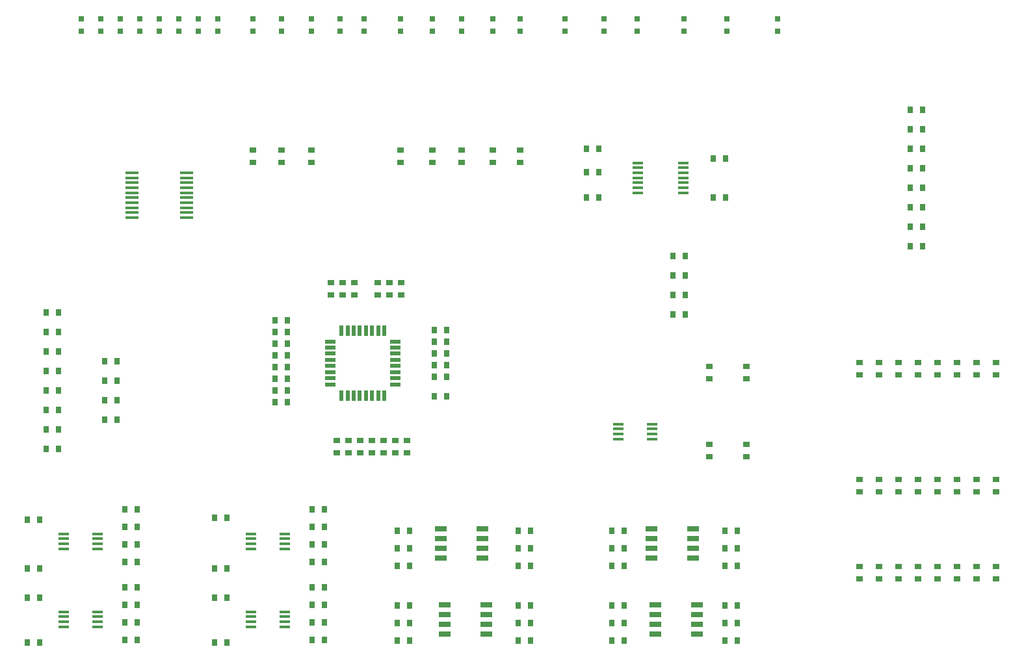
<source format=gtp>
G04*
G04 #@! TF.GenerationSoftware,Altium Limited,Altium Designer,22.3.1 (43)*
G04*
G04 Layer_Color=8421504*
%FSLAX25Y25*%
%MOIN*%
G70*
G04*
G04 #@! TF.SameCoordinates,D44AF7EC-015F-415D-BC9C-BA0083E1B9C0*
G04*
G04*
G04 #@! TF.FilePolarity,Positive*
G04*
G01*
G75*
%ADD15R,0.03150X0.03150*%
%ADD16R,0.03150X0.03740*%
%ADD17R,0.07087X0.01772*%
%ADD18R,0.03740X0.03150*%
%ADD19R,0.05807X0.01772*%
%ADD20R,0.06016X0.02559*%
%ADD21R,0.05512X0.01772*%
%ADD22R,0.05807X0.02362*%
%ADD23R,0.02362X0.05807*%
D15*
X360000Y340650D02*
D03*
Y334350D02*
D03*
X343000Y340650D02*
D03*
Y334350D02*
D03*
X323000Y340650D02*
D03*
Y334350D02*
D03*
X193000Y340650D02*
D03*
Y334350D02*
D03*
X300000Y340650D02*
D03*
Y334350D02*
D03*
X286000Y340650D02*
D03*
Y334350D02*
D03*
X270000Y340650D02*
D03*
Y334350D02*
D03*
X255000Y340650D02*
D03*
Y334350D02*
D03*
X238500Y340650D02*
D03*
Y334350D02*
D03*
X432000Y340650D02*
D03*
Y334350D02*
D03*
X145000Y340650D02*
D03*
Y334350D02*
D03*
X135000Y340650D02*
D03*
Y334350D02*
D03*
X125000Y340650D02*
D03*
Y334350D02*
D03*
X115000Y340650D02*
D03*
Y334350D02*
D03*
X105000Y340650D02*
D03*
Y334350D02*
D03*
X95000Y340650D02*
D03*
Y334350D02*
D03*
X85000Y340650D02*
D03*
Y334350D02*
D03*
X75000Y340650D02*
D03*
Y334350D02*
D03*
X207500Y340650D02*
D03*
Y334350D02*
D03*
X220000Y340650D02*
D03*
Y334350D02*
D03*
X406000Y340650D02*
D03*
Y334350D02*
D03*
X384000Y340650D02*
D03*
Y334350D02*
D03*
X163000Y340650D02*
D03*
Y334350D02*
D03*
X177500Y340650D02*
D03*
Y334350D02*
D03*
D16*
X384650Y199000D02*
D03*
X378350D02*
D03*
Y189000D02*
D03*
X384650D02*
D03*
Y209000D02*
D03*
X378350D02*
D03*
X384650Y219000D02*
D03*
X378350D02*
D03*
X405150Y269000D02*
D03*
X398850D02*
D03*
X405150Y249000D02*
D03*
X398850D02*
D03*
X333850D02*
D03*
X340150D02*
D03*
X333850Y262000D02*
D03*
X340150D02*
D03*
X333850Y274000D02*
D03*
X340150D02*
D03*
X193350Y89000D02*
D03*
X199650D02*
D03*
X305150Y30500D02*
D03*
X298850D02*
D03*
Y39500D02*
D03*
X305150D02*
D03*
Y21500D02*
D03*
X298850D02*
D03*
X236850Y30500D02*
D03*
X243150D02*
D03*
Y39500D02*
D03*
X236850D02*
D03*
X411150Y30500D02*
D03*
X404850D02*
D03*
X236850Y21500D02*
D03*
X243150D02*
D03*
X404850Y39500D02*
D03*
X411150D02*
D03*
Y21500D02*
D03*
X404850D02*
D03*
X346850Y30500D02*
D03*
X353150D02*
D03*
Y39500D02*
D03*
X346850D02*
D03*
Y21500D02*
D03*
X353150D02*
D03*
X411150Y69000D02*
D03*
X404850D02*
D03*
X305150D02*
D03*
X298850D02*
D03*
X404850Y78000D02*
D03*
X411150D02*
D03*
X298850D02*
D03*
X305150D02*
D03*
X411150Y60000D02*
D03*
X404850D02*
D03*
X305150D02*
D03*
X298850D02*
D03*
X346850Y69000D02*
D03*
X353150D02*
D03*
X236850D02*
D03*
X243150D02*
D03*
X353150Y78000D02*
D03*
X346850D02*
D03*
X243150D02*
D03*
X236850D02*
D03*
X346850Y60000D02*
D03*
X353150D02*
D03*
X236850D02*
D03*
X243150D02*
D03*
X193350Y49000D02*
D03*
X199650D02*
D03*
X143350Y20500D02*
D03*
X149650D02*
D03*
X193350Y40000D02*
D03*
X199650D02*
D03*
Y22000D02*
D03*
X193350D02*
D03*
Y31000D02*
D03*
X199650D02*
D03*
X149650Y43500D02*
D03*
X143350D02*
D03*
X103650Y89000D02*
D03*
Y49000D02*
D03*
X199650Y80000D02*
D03*
X103650D02*
D03*
Y40000D02*
D03*
Y31000D02*
D03*
Y71000D02*
D03*
X199650D02*
D03*
X143350Y58500D02*
D03*
X149650D02*
D03*
X193350Y80000D02*
D03*
X199650Y62000D02*
D03*
X193350D02*
D03*
Y71000D02*
D03*
X149650Y84500D02*
D03*
X143350D02*
D03*
X97350Y49000D02*
D03*
Y40000D02*
D03*
Y31000D02*
D03*
X103650Y22000D02*
D03*
X97350D02*
D03*
X499850Y294000D02*
D03*
X506150D02*
D03*
X499850Y284000D02*
D03*
X506150D02*
D03*
X499850Y274000D02*
D03*
X506150D02*
D03*
X499850Y264000D02*
D03*
X506150D02*
D03*
X499850Y254000D02*
D03*
X506150D02*
D03*
X499850Y244000D02*
D03*
X506150D02*
D03*
X499850Y234000D02*
D03*
X506150D02*
D03*
X499850Y224000D02*
D03*
X506150D02*
D03*
X63150Y190000D02*
D03*
X56850D02*
D03*
X255850Y181000D02*
D03*
X262150D02*
D03*
X174350Y186000D02*
D03*
X180650D02*
D03*
X63150Y180000D02*
D03*
X56850D02*
D03*
X255850Y175000D02*
D03*
X262150D02*
D03*
X174350Y180000D02*
D03*
X180650D02*
D03*
X86850Y165000D02*
D03*
X93150D02*
D03*
X63150Y170000D02*
D03*
X56850D02*
D03*
X255850Y169000D02*
D03*
X262150D02*
D03*
X174350Y174000D02*
D03*
X180650D02*
D03*
X86850Y155000D02*
D03*
X93150D02*
D03*
X63150Y160000D02*
D03*
X56850D02*
D03*
X255850Y163000D02*
D03*
X262150D02*
D03*
X174350Y168000D02*
D03*
X180650D02*
D03*
X86850Y145000D02*
D03*
X93150D02*
D03*
X63150Y150000D02*
D03*
X56850D02*
D03*
X255850Y157000D02*
D03*
X262150D02*
D03*
X174350Y162000D02*
D03*
X180650D02*
D03*
X86850Y135000D02*
D03*
X93150D02*
D03*
X63150Y140000D02*
D03*
X56850D02*
D03*
X63150Y130000D02*
D03*
X56850D02*
D03*
X63150Y120000D02*
D03*
X56850D02*
D03*
X255850Y147000D02*
D03*
X262150D02*
D03*
X174350Y156000D02*
D03*
X180650D02*
D03*
X174350Y150000D02*
D03*
X180650D02*
D03*
X174350Y144000D02*
D03*
X180650D02*
D03*
X47350Y83500D02*
D03*
X53650D02*
D03*
X97350Y62000D02*
D03*
X103650D02*
D03*
X97350Y71000D02*
D03*
X53650Y58500D02*
D03*
X47350D02*
D03*
X97350Y80000D02*
D03*
Y89000D02*
D03*
X47350Y43500D02*
D03*
X53650D02*
D03*
Y20500D02*
D03*
X47350D02*
D03*
D17*
X128976Y261516D02*
D03*
Y258957D02*
D03*
Y256398D02*
D03*
Y253839D02*
D03*
Y251280D02*
D03*
Y248720D02*
D03*
Y246161D02*
D03*
Y243602D02*
D03*
Y241043D02*
D03*
Y238484D02*
D03*
X101024D02*
D03*
Y241043D02*
D03*
Y243602D02*
D03*
Y246161D02*
D03*
Y248720D02*
D03*
Y251280D02*
D03*
Y253839D02*
D03*
Y256398D02*
D03*
Y258957D02*
D03*
Y261516D02*
D03*
D18*
X177500Y266850D02*
D03*
Y273150D02*
D03*
X193000D02*
D03*
Y266850D02*
D03*
X163000D02*
D03*
Y273150D02*
D03*
X270000Y266850D02*
D03*
Y273150D02*
D03*
X255000Y266850D02*
D03*
Y273150D02*
D03*
X286000Y266850D02*
D03*
Y273150D02*
D03*
X238500Y266850D02*
D03*
Y273150D02*
D03*
X300000Y266850D02*
D03*
Y273150D02*
D03*
X484000Y59650D02*
D03*
Y53350D02*
D03*
X494000Y59650D02*
D03*
Y53350D02*
D03*
X504000Y59650D02*
D03*
Y53350D02*
D03*
X524000Y97850D02*
D03*
Y104150D02*
D03*
X534000Y97850D02*
D03*
Y104150D02*
D03*
X514000Y97850D02*
D03*
Y104150D02*
D03*
Y59650D02*
D03*
Y53350D02*
D03*
X474000Y59650D02*
D03*
Y53350D02*
D03*
X494000Y104150D02*
D03*
Y97850D02*
D03*
X484000Y104150D02*
D03*
Y97850D02*
D03*
X504000Y104150D02*
D03*
Y97850D02*
D03*
X524000Y59650D02*
D03*
Y53350D02*
D03*
X534000Y59650D02*
D03*
Y53350D02*
D03*
X504000Y157850D02*
D03*
Y164150D02*
D03*
X494000Y157850D02*
D03*
Y164150D02*
D03*
X484000Y157850D02*
D03*
Y164150D02*
D03*
X534000D02*
D03*
Y157850D02*
D03*
X514000Y164150D02*
D03*
Y157850D02*
D03*
X474000Y104150D02*
D03*
Y97850D02*
D03*
X544000Y164150D02*
D03*
Y157850D02*
D03*
Y97850D02*
D03*
Y104150D02*
D03*
X474000Y157850D02*
D03*
Y164150D02*
D03*
X544000Y59650D02*
D03*
Y53350D02*
D03*
X524000Y164150D02*
D03*
Y157850D02*
D03*
X230000Y117850D02*
D03*
X416000Y115850D02*
D03*
X397000D02*
D03*
X236000Y117850D02*
D03*
X242000D02*
D03*
X206000D02*
D03*
X397000Y162150D02*
D03*
X215000Y198850D02*
D03*
Y205150D02*
D03*
X227000Y198850D02*
D03*
Y205150D02*
D03*
X233000Y198850D02*
D03*
Y205150D02*
D03*
X209000D02*
D03*
Y198850D02*
D03*
X239000D02*
D03*
Y205150D02*
D03*
X203000D02*
D03*
Y198850D02*
D03*
X242000Y124150D02*
D03*
X236000D02*
D03*
X230000D02*
D03*
X224000D02*
D03*
Y117850D02*
D03*
X206000Y124150D02*
D03*
X218000D02*
D03*
Y117850D02*
D03*
X212000Y124150D02*
D03*
Y117850D02*
D03*
X416000Y155850D02*
D03*
Y162150D02*
D03*
X397000Y155850D02*
D03*
X416000Y122150D02*
D03*
X397000D02*
D03*
D19*
X360433Y251323D02*
D03*
X383567Y266677D02*
D03*
X360433D02*
D03*
Y264118D02*
D03*
Y261559D02*
D03*
Y259000D02*
D03*
Y256441D02*
D03*
Y253882D02*
D03*
X383567Y251323D02*
D03*
Y253882D02*
D03*
Y256441D02*
D03*
Y259000D02*
D03*
Y261559D02*
D03*
Y264118D02*
D03*
D20*
X367177Y79000D02*
D03*
Y74000D02*
D03*
Y69000D02*
D03*
Y64000D02*
D03*
X388524D02*
D03*
Y69000D02*
D03*
Y74000D02*
D03*
Y79000D02*
D03*
X261177Y40000D02*
D03*
Y35000D02*
D03*
Y30000D02*
D03*
Y25000D02*
D03*
X282524D02*
D03*
Y30000D02*
D03*
Y35000D02*
D03*
Y40000D02*
D03*
X369177D02*
D03*
Y35000D02*
D03*
Y30000D02*
D03*
Y25000D02*
D03*
X390524D02*
D03*
Y30000D02*
D03*
Y35000D02*
D03*
Y40000D02*
D03*
X259177Y79000D02*
D03*
Y74000D02*
D03*
Y69000D02*
D03*
Y64000D02*
D03*
X280524D02*
D03*
Y69000D02*
D03*
Y74000D02*
D03*
Y79000D02*
D03*
D21*
X161839Y36339D02*
D03*
Y33780D02*
D03*
Y31220D02*
D03*
Y28661D02*
D03*
X179161D02*
D03*
Y31220D02*
D03*
Y33780D02*
D03*
Y36339D02*
D03*
X367661Y132689D02*
D03*
X65839Y71220D02*
D03*
Y31220D02*
D03*
X161839Y71220D02*
D03*
X350339Y127571D02*
D03*
X367661Y130130D02*
D03*
Y127571D02*
D03*
X65839Y33780D02*
D03*
Y73780D02*
D03*
X161839D02*
D03*
X350339Y130130D02*
D03*
X161839Y76339D02*
D03*
Y68661D02*
D03*
X179161D02*
D03*
Y71220D02*
D03*
Y73780D02*
D03*
Y76339D02*
D03*
X65839D02*
D03*
Y68661D02*
D03*
X83161D02*
D03*
Y71220D02*
D03*
Y73780D02*
D03*
Y76339D02*
D03*
X65839Y36339D02*
D03*
Y28661D02*
D03*
X83161D02*
D03*
Y31220D02*
D03*
Y33780D02*
D03*
Y36339D02*
D03*
X350339Y132689D02*
D03*
Y125012D02*
D03*
X367661D02*
D03*
D22*
X236017Y159276D02*
D03*
Y156126D02*
D03*
X202647Y175024D02*
D03*
Y171874D02*
D03*
Y168724D02*
D03*
Y165575D02*
D03*
Y162425D02*
D03*
Y159276D02*
D03*
Y156126D02*
D03*
Y152976D02*
D03*
X236017D02*
D03*
Y162425D02*
D03*
Y165575D02*
D03*
Y168724D02*
D03*
Y171874D02*
D03*
Y175024D02*
D03*
D23*
X217757Y180685D02*
D03*
X211458Y147315D02*
D03*
X220906Y180685D02*
D03*
X208308Y147315D02*
D03*
X214607D02*
D03*
X217757D02*
D03*
X220906D02*
D03*
X224056D02*
D03*
X227206D02*
D03*
X230355D02*
D03*
Y180685D02*
D03*
X227206D02*
D03*
X224056D02*
D03*
X214607D02*
D03*
X211458D02*
D03*
X208308D02*
D03*
M02*

</source>
